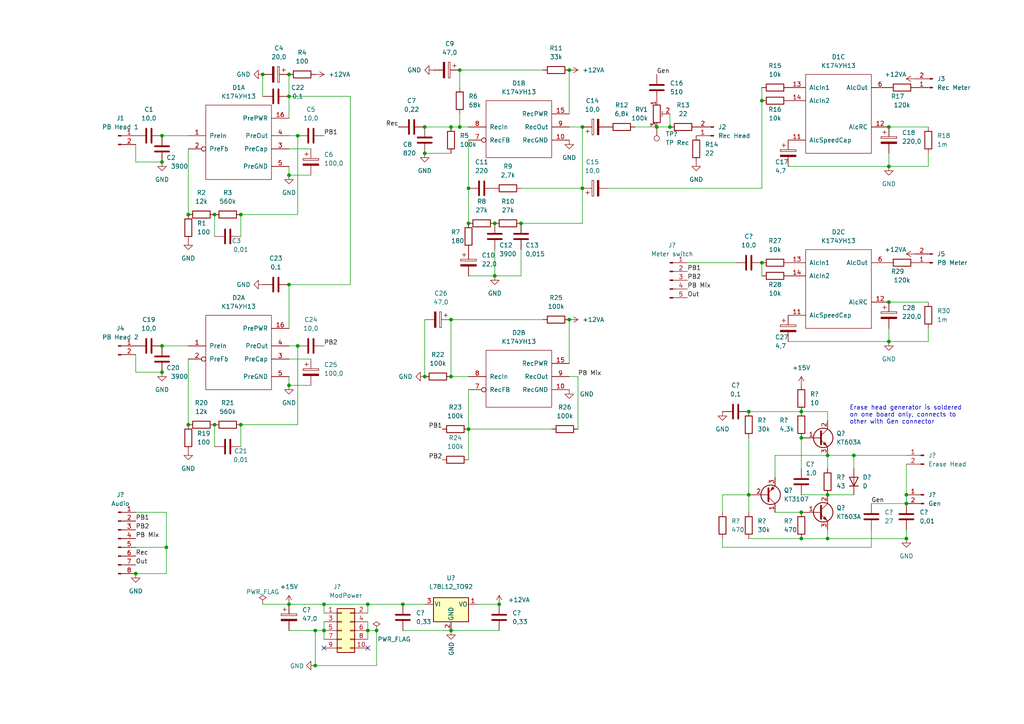
<source format=kicad_sch>
(kicad_sch (version 20211123) (generator eeschema)
  (paper "A4")
  (lib_symbols
    (symbol "Connector:Conn_01x02_Male" (pin_names (offset 1.016) hide)
      (property "Reference" "J" (at 0 2.54 0))
      (property "Value" "Conn_01x02_Male" (at 0 -5.08 0))
      (symbol "Conn_01x02_Male_1_1"
        (polyline (pts (xy 1.27 -2.54) (xy 0.8636 -2.54)) (stroke (width 0.1524)))
        (polyline (pts (xy 1.27 0) (xy 0.8636 0)) (stroke (width 0.1524)))
        (rectangle (start 0.8636 -2.413) (end 0 -2.667) (stroke (width 0.1524)) (fill (type outline)))
        (rectangle (start 0.8636 0.127) (end 0 -0.127) (stroke (width 0.1524)) (fill (type outline)))
        (pin passive line (at 5.08 0 180) (length 3.81) (name "Pin_1") (number "1"))
        (pin passive line (at 5.08 -2.54 180) (length 3.81) (name "Pin_2") (number "2"))
      )
    )
    (symbol "Connector:Conn_01x05_Male" (pin_names (offset 1.016) hide)
      (property "Reference" "J" (at 0 7.62 0))
      (property "Value" "Conn_01x05_Male" (at 0 -7.62 0))
      (symbol "Conn_01x05_Male_1_1"
        (polyline (pts (xy 1.27 -5.08) (xy 0.8636 -5.08)) (stroke (width 0.1524)))
        (polyline (pts (xy 1.27 -2.54) (xy 0.8636 -2.54)) (stroke (width 0.1524)))
        (polyline (pts (xy 1.27 0) (xy 0.8636 0)) (stroke (width 0.1524)))
        (polyline (pts (xy 1.27 2.54) (xy 0.8636 2.54)) (stroke (width 0.1524)))
        (polyline (pts (xy 1.27 5.08) (xy 0.8636 5.08)) (stroke (width 0.1524)))
        (rectangle (start 0.8636 -4.953) (end 0 -5.207) (stroke (width 0.1524)) (fill (type outline)))
        (rectangle (start 0.8636 -2.413) (end 0 -2.667) (stroke (width 0.1524)) (fill (type outline)))
        (rectangle (start 0.8636 0.127) (end 0 -0.127) (stroke (width 0.1524)) (fill (type outline)))
        (rectangle (start 0.8636 2.667) (end 0 2.413) (stroke (width 0.1524)) (fill (type outline)))
        (rectangle (start 0.8636 5.207) (end 0 4.953) (stroke (width 0.1524)) (fill (type outline)))
        (pin passive line (at 5.08 5.08 180) (length 3.81) (name "Pin_1") (number "1"))
        (pin passive line (at 5.08 2.54 180) (length 3.81) (name "Pin_2") (number "2"))
        (pin passive line (at 5.08 0 180) (length 3.81) (name "Pin_3") (number "3"))
        (pin passive line (at 5.08 -2.54 180) (length 3.81) (name "Pin_4") (number "4"))
        (pin passive line (at 5.08 -5.08 180) (length 3.81) (name "Pin_5") (number "5"))
      )
    )
    (symbol "Connector:Conn_01x08_Male" (pin_names (offset 1.016) hide)
      (property "Reference" "J" (at 0 10.16 0))
      (property "Value" "Conn_01x08_Male" (at 0 -12.7 0))
      (symbol "Conn_01x08_Male_1_1"
        (polyline (pts (xy 1.27 -10.16) (xy 0.8636 -10.16)) (stroke (width 0.1524)))
        (polyline (pts (xy 1.27 -7.62) (xy 0.8636 -7.62)) (stroke (width 0.1524)))
        (polyline (pts (xy 1.27 -5.08) (xy 0.8636 -5.08)) (stroke (width 0.1524)))
        (polyline (pts (xy 1.27 -2.54) (xy 0.8636 -2.54)) (stroke (width 0.1524)))
        (polyline (pts (xy 1.27 0) (xy 0.8636 0)) (stroke (width 0.1524)))
        (polyline (pts (xy 1.27 2.54) (xy 0.8636 2.54)) (stroke (width 0.1524)))
        (polyline (pts (xy 1.27 5.08) (xy 0.8636 5.08)) (stroke (width 0.1524)))
        (polyline (pts (xy 1.27 7.62) (xy 0.8636 7.62)) (stroke (width 0.1524)))
        (rectangle (start 0.8636 -10.033) (end 0 -10.287) (stroke (width 0.1524)) (fill (type outline)))
        (rectangle (start 0.8636 -7.493) (end 0 -7.747) (stroke (width 0.1524)) (fill (type outline)))
        (rectangle (start 0.8636 -4.953) (end 0 -5.207) (stroke (width 0.1524)) (fill (type outline)))
        (rectangle (start 0.8636 -2.413) (end 0 -2.667) (stroke (width 0.1524)) (fill (type outline)))
        (rectangle (start 0.8636 0.127) (end 0 -0.127) (stroke (width 0.1524)) (fill (type outline)))
        (rectangle (start 0.8636 2.667) (end 0 2.413) (stroke (width 0.1524)) (fill (type outline)))
        (rectangle (start 0.8636 5.207) (end 0 4.953) (stroke (width 0.1524)) (fill (type outline)))
        (rectangle (start 0.8636 7.747) (end 0 7.493) (stroke (width 0.1524)) (fill (type outline)))
        (pin passive line (at 5.08 7.62 180) (length 3.81) (name "Pin_1") (number "1"))
        (pin passive line (at 5.08 5.08 180) (length 3.81) (name "Pin_2") (number "2"))
        (pin passive line (at 5.08 2.54 180) (length 3.81) (name "Pin_3") (number "3"))
        (pin passive line (at 5.08 0 180) (length 3.81) (name "Pin_4") (number "4"))
        (pin passive line (at 5.08 -2.54 180) (length 3.81) (name "Pin_5") (number "5"))
        (pin passive line (at 5.08 -5.08 180) (length 3.81) (name "Pin_6") (number "6"))
        (pin passive line (at 5.08 -7.62 180) (length 3.81) (name "Pin_7") (number "7"))
        (pin passive line (at 5.08 -10.16 180) (length 3.81) (name "Pin_8") (number "8"))
      )
    )
    (symbol "Connector:TestPoint" (pin_numbers hide) (pin_names (offset 0.762) hide)
      (property "Reference" "TP" (at 0 6.858 0))
      (property "Value" "TestPoint" (at 0 5.08 0))
      (symbol "TestPoint_0_1"
        (circle (center 0 3.302) (radius 0.762))
      )
      (symbol "TestPoint_1_1"
        (pin passive line (at 0 0 90) (length 2.54) (name "1") (number "1"))
      )
    )
    (symbol "Connector_Generic:Conn_02x05_Odd_Even" (pin_names (offset 1.016) hide)
      (property "Reference" "J" (at 1.27 7.62 0))
      (property "Value" "Conn_02x05_Odd_Even" (at 1.27 -7.62 0))
      (symbol "Conn_02x05_Odd_Even_1_1"
        (rectangle (start -1.27 -4.953) (end 0 -5.207) (stroke (width 0.1524)))
        (rectangle (start -1.27 -2.413) (end 0 -2.667) (stroke (width 0.1524)))
        (rectangle (start -1.27 0.127) (end 0 -0.127) (stroke (width 0.1524)))
        (rectangle (start -1.27 2.667) (end 0 2.413) (stroke (width 0.1524)))
        (rectangle (start -1.27 5.207) (end 0 4.953) (stroke (width 0.1524)))
        (rectangle (start -1.27 6.35) (end 3.81 -6.35) (stroke (width 0.254)) (fill (type background)))
        (rectangle (start 3.81 -4.953) (end 2.54 -5.207) (stroke (width 0.1524)))
        (rectangle (start 3.81 -2.413) (end 2.54 -2.667) (stroke (width 0.1524)))
        (rectangle (start 3.81 0.127) (end 2.54 -0.127) (stroke (width 0.1524)))
        (rectangle (start 3.81 2.667) (end 2.54 2.413) (stroke (width 0.1524)))
        (rectangle (start 3.81 5.207) (end 2.54 4.953) (stroke (width 0.1524)))
        (pin passive line (at -5.08 5.08 0) (length 3.81) (name "Pin_1") (number "1"))
        (pin passive line (at 7.62 -5.08 180) (length 3.81) (name "Pin_10") (number "10"))
        (pin passive line (at 7.62 5.08 180) (length 3.81) (name "Pin_2") (number "2"))
        (pin passive line (at -5.08 2.54 0) (length 3.81) (name "Pin_3") (number "3"))
        (pin passive line (at 7.62 2.54 180) (length 3.81) (name "Pin_4") (number "4"))
        (pin passive line (at -5.08 0 0) (length 3.81) (name "Pin_5") (number "5"))
        (pin passive line (at 7.62 0 180) (length 3.81) (name "Pin_6") (number "6"))
        (pin passive line (at -5.08 -2.54 0) (length 3.81) (name "Pin_7") (number "7"))
        (pin passive line (at 7.62 -2.54 180) (length 3.81) (name "Pin_8") (number "8"))
        (pin passive line (at -5.08 -5.08 0) (length 3.81) (name "Pin_9") (number "9"))
      )
    )
    (symbol "Device:C" (pin_numbers hide) (pin_names (offset 0.254))
      (property "Reference" "C" (at 0.635 2.54 0))
      (property "Value" "C" (at 0.635 -2.54 0))
      (symbol "C_0_1"
        (polyline (pts (xy -2.032 -0.762) (xy 2.032 -0.762)) (stroke (width 0.508)))
        (polyline (pts (xy -2.032 0.762) (xy 2.032 0.762)) (stroke (width 0.508)))
      )
      (symbol "C_1_1"
        (pin passive line (at 0 3.81 270) (length 2.794) (name "~") (number "1"))
        (pin passive line (at 0 -3.81 90) (length 2.794) (name "~") (number "2"))
      )
    )
    (symbol "Device:C_Polarized" (pin_numbers hide) (pin_names (offset 0.254))
      (property "Reference" "C" (at 0.635 2.54 0))
      (property "Value" "C_Polarized" (at 0.635 -2.54 0))
      (symbol "C_Polarized_0_1"
        (rectangle (start -2.286 0.508) (end 2.286 1.016))
        (polyline (pts (xy -1.778 2.286) (xy -0.762 2.286)))
        (polyline (pts (xy -1.27 2.794) (xy -1.27 1.778)))
        (rectangle (start 2.286 -0.508) (end -2.286 -1.016) (fill (type outline)))
      )
      (symbol "C_Polarized_1_1"
        (pin passive line (at 0 3.81 270) (length 2.794) (name "~") (number "1"))
        (pin passive line (at 0 -3.81 90) (length 2.794) (name "~") (number "2"))
      )
    )
    (symbol "Device:D" (pin_numbers hide) (pin_names (offset 1.016) hide)
      (property "Reference" "D" (at 0 2.54 0))
      (property "Value" "D" (at 0 -2.54 0))
      (symbol "D_0_1"
        (polyline (pts (xy -1.27 1.27) (xy -1.27 -1.27)) (stroke (width 0.254)))
        (polyline (pts (xy 1.27 0) (xy -1.27 0)))
        (polyline (pts (xy 1.27 1.27) (xy 1.27 -1.27) (xy -1.27 0) (xy 1.27 1.27)) (stroke (width 0.254)))
      )
      (symbol "D_1_1"
        (pin passive line (at -3.81 0 0) (length 2.54) (name "K") (number "1"))
        (pin passive line (at 3.81 0 180) (length 2.54) (name "A") (number "2"))
      )
    )
    (symbol "Device:Q_NPN_BCE" (pin_names (offset 0) hide)
      (property "Reference" "Q" (at 5.08 1.27 0))
      (property "Value" "Q_NPN_BCE" (at 5.08 -1.27 0))
      (symbol "Q_NPN_BCE_0_1"
        (polyline (pts (xy 0.635 0.635) (xy 2.54 2.54)))
        (polyline (pts (xy 0.635 -0.635) (xy 2.54 -2.54) (xy 2.54 -2.54)))
        (polyline (pts (xy 0.635 1.905) (xy 0.635 -1.905) (xy 0.635 -1.905)) (stroke (width 0.508)))
        (polyline (pts (xy 1.27 -1.778) (xy 1.778 -1.27) (xy 2.286 -2.286) (xy 1.27 -1.778) (xy 1.27 -1.778)) (fill (type outline)))
        (circle (center 1.27 0) (radius 2.8194) (stroke (width 0.254)))
      )
      (symbol "Q_NPN_BCE_1_1"
        (pin input line (at -5.08 0 0) (length 5.715) (name "B") (number "1"))
        (pin passive line (at 2.54 5.08 270) (length 2.54) (name "C") (number "2"))
        (pin passive line (at 2.54 -5.08 90) (length 2.54) (name "E") (number "3"))
      )
    )
    (symbol "Device:Q_PNP_CBE" (pin_names (offset 0) hide)
      (property "Reference" "Q" (at 5.08 1.27 0))
      (property "Value" "Q_PNP_CBE" (at 5.08 -1.27 0))
      (symbol "Q_PNP_CBE_0_1"
        (polyline (pts (xy 0.635 0.635) (xy 2.54 2.54)))
        (polyline (pts (xy 0.635 -0.635) (xy 2.54 -2.54) (xy 2.54 -2.54)))
        (polyline (pts (xy 0.635 1.905) (xy 0.635 -1.905) (xy 0.635 -1.905)) (stroke (width 0.508)))
        (polyline (pts (xy 2.286 -1.778) (xy 1.778 -2.286) (xy 1.27 -1.27) (xy 2.286 -1.778) (xy 2.286 -1.778)) (fill (type outline)))
        (circle (center 1.27 0) (radius 2.8194) (stroke (width 0.254)))
      )
      (symbol "Q_PNP_CBE_1_1"
        (pin passive line (at 2.54 5.08 270) (length 2.54) (name "C") (number "1"))
        (pin input line (at -5.08 0 0) (length 5.715) (name "B") (number "2"))
        (pin passive line (at 2.54 -5.08 90) (length 2.54) (name "E") (number "3"))
      )
    )
    (symbol "Device:R" (pin_numbers hide) (pin_names (offset 0))
      (property "Reference" "R" (at 2.032 0 90))
      (property "Value" "R" (at 0 0 90))
      (symbol "R_0_1"
        (rectangle (start -1.016 -2.54) (end 1.016 2.54) (stroke (width 0.254)))
      )
      (symbol "R_1_1"
        (pin passive line (at 0 3.81 270) (length 1.27) (name "~") (number "1"))
        (pin passive line (at 0 -3.81 90) (length 1.27) (name "~") (number "2"))
      )
    )
    (symbol "Device:R_Potentiometer_Trim" (pin_names (offset 1.016) hide)
      (property "Reference" "RV" (at -4.445 0 90))
      (property "Value" "R_Potentiometer_Trim" (at -2.54 0 90))
      (symbol "R_Potentiometer_Trim_0_1"
        (polyline (pts (xy 1.524 0.762) (xy 1.524 -0.762)))
        (polyline (pts (xy 2.54 0) (xy 1.524 0)))
        (rectangle (start 1.016 2.54) (end -1.016 -2.54) (stroke (width 0.254)))
      )
      (symbol "R_Potentiometer_Trim_1_1"
        (pin passive line (at 0 3.81 270) (length 1.27) (name "1") (number "1"))
        (pin passive line (at 3.81 0 180) (length 1.27) (name "2") (number "2"))
        (pin passive line (at 0 -3.81 90) (length 1.27) (name "3") (number "3"))
      )
    )
    (symbol "Regulator_Linear:L78L12_TO92" (pin_names (offset 0.254))
      (property "Reference" "U" (at -3.81 3.175 0))
      (property "Value" "L78L12_TO92" (at 0 3.175 0))
      (symbol "L78L12_TO92_0_1"
        (rectangle (start -5.08 -5.08) (end 5.08 1.905) (stroke (width 0.254)) (fill (type background)))
      )
      (symbol "L78L12_TO92_1_1"
        (pin power_out line (at 7.62 0 180) (length 2.54) (name "VO") (number "1"))
        (pin power_in line (at 0 -7.62 90) (length 2.54) (name "GND") (number "2"))
        (pin power_in line (at -7.62 0 0) (length 2.54) (name "VI") (number "3"))
      )
    )
    (symbol "power:+12VA" (power) (pin_names (offset 0))
      (property "Value" "+12VA" (at 0 3.556 0))
      (symbol "+12VA_0_1"
        (polyline (pts (xy -0.762 1.27) (xy 0 2.54)))
        (polyline (pts (xy 0 0) (xy 0 2.54)))
        (polyline (pts (xy 0 2.54) (xy 0.762 1.27)))
      )
      (symbol "+12VA_1_1"
        (pin power_in line (at 0 0 90) (length 0) hide (name "+12VA") (number "1"))
      )
    )
    (symbol "power:+15V" (power) (pin_names (offset 0))
      (property "Value" "+15V" (at 0 3.556 0))
      (symbol "+15V_0_1"
        (polyline (pts (xy -0.762 1.27) (xy 0 2.54)))
        (polyline (pts (xy 0 0) (xy 0 2.54)))
        (polyline (pts (xy 0 2.54) (xy 0.762 1.27)))
      )
      (symbol "+15V_1_1"
        (pin power_in line (at 0 0 90) (length 0) hide (name "+15V") (number "1"))
      )
    )
    (symbol "power:GND" (power) (pin_names (offset 0))
      (property "Value" "GND" (at 0 -3.81 0))
      (symbol "GND_0_1"
        (polyline (pts (xy 0 0) (xy 0 -1.27) (xy 1.27 -1.27) (xy 0 -2.54) (xy -1.27 -1.27) (xy 0 -1.27)))
      )
      (symbol "GND_1_1"
        (pin power_in line (at 0 0 270) (length 0) hide (name "GND") (number "1"))
      )
    )
    (symbol "power:PWR_FLAG" (power) (pin_numbers hide) (pin_names (offset 0) hide)
      (property "Value" "PWR_FLAG" (at 0 3.81 0))
      (symbol "PWR_FLAG_0_0"
        (pin power_out line (at 0 0 90) (length 0) (name "pwr") (number "1"))
      )
      (symbol "PWR_FLAG_0_1"
        (polyline (pts (xy 0 0) (xy 0 1.27) (xy -1.016 1.905) (xy 0 2.54) (xy 1.016 1.905) (xy 0 1.27)))
      )
    )
    (symbol "ussr_ic:К174УН13" (pin_names (offset 1.016))
      (property "Reference" "D" (at 0 21.59 0))
      (property "Value" "К174УН13" (at 0 19.05 0))
      (symbol "К174УН13_1_1"
        (rectangle (start -8.89 15.24) (end 10.16 -6.35))
        (pin input line (at -13.97 6.35 0) (length 5.08) (name "PreIn") (number "1"))
        (pin power_in line (at 15.24 11.43 180) (length 5.08) (name "PrePWR") (number "16"))
        (pin input inverted (at -13.97 2.54 0) (length 5.08) (name "PreFb") (number "2"))
        (pin output line (at 15.24 2.54 180) (length 5.08) (name "PreCap") (number "3"))
        (pin output line (at 15.24 6.35 180) (length 5.08) (name "PreOut") (number "4"))
        (pin power_in line (at 15.24 -2.54 180) (length 5.08) (name "PreGND") (number "5"))
      )
      (symbol "К174УН13_2_1"
        (rectangle (start 10.16 0) (end -8.89 16.51))
        (pin power_in line (at 15.24 5.08 180) (length 5.08) (name "RecGND") (number "10"))
        (pin power_in line (at 15.24 12.7 180) (length 5.08) (name "RecPWR") (number "15"))
        (pin input inverted (at -13.97 5.08 0) (length 5.08) (name "RecFB") (number "7"))
        (pin input line (at -13.97 8.89 0) (length 5.08) (name "RecIn") (number "8"))
        (pin output line (at 15.24 8.89 180) (length 5.08) (name "RecOut") (number "9"))
      )
      (symbol "К174УН13_3_1"
        (rectangle (start -8.89 15.24) (end 10.16 -7.62))
        (pin bidirectional line (at -13.97 -3.81 0) (length 5.08) (name "AlcSpeedCap") (number "11"))
        (pin output line (at 15.24 0 180) (length 5.08) (name "AlcRC") (number "12"))
        (pin input line (at -13.97 11.43 0) (length 5.08) (name "AlcIn1") (number "13"))
        (pin input line (at -13.97 7.62 0) (length 5.08) (name "AlcIn2") (number "14"))
        (pin open_collector line (at 15.24 11.43 180) (length 5.08) (name "AlcOut") (number "6"))
      )
    )
  )
  (junction (at 143.51 64.77))
  (junction (at 240.03 132.08))
  (junction (at 83.82 21.59))
  (junction (at 91.44 193.04))
  (junction (at 217.17 119.38))
  (junction (at 135.89 124.46))
  (junction (at 130.81 36.83))
  (junction (at 116.84 175.26))
  (junction (at 109.22 182.88))
  (junction (at 165.1 20.32))
  (junction (at 135.89 64.77))
  (junction (at 232.41 127))
  (junction (at 220.98 76.2))
  (junction (at 168.91 54.61))
  (junction (at 86.36 39.37))
  (junction (at 232.41 148.59))
  (junction (at 247.65 132.08))
  (junction (at 217.17 143.51))
  (junction (at 39.37 166.37))
  (junction (at 232.41 119.38))
  (junction (at 262.89 156.21))
  (junction (at 83.82 175.26))
  (junction (at 106.68 175.26))
  (junction (at 48.26 158.75))
  (junction (at 130.81 92.71))
  (junction (at 240.03 156.21))
  (junction (at 83.82 111.76))
  (junction (at 240.03 143.51))
  (junction (at 165.1 92.71))
  (junction (at 232.41 156.21))
  (junction (at 69.85 62.23))
  (junction (at 257.81 36.83))
  (junction (at 257.81 99.06))
  (junction (at 262.89 143.51))
  (junction (at 257.81 48.26))
  (junction (at 54.61 123.19))
  (junction (at 83.82 50.8))
  (junction (at 93.98 175.26))
  (junction (at 46.99 39.37))
  (junction (at 123.19 44.45))
  (junction (at 143.51 80.01))
  (junction (at 83.82 82.55))
  (junction (at 46.99 46.99))
  (junction (at 86.36 100.33))
  (junction (at 135.89 54.61))
  (junction (at 62.23 123.19))
  (junction (at 194.31 36.83))
  (junction (at 144.78 175.26))
  (junction (at 106.68 182.88))
  (junction (at 62.23 62.23))
  (junction (at 46.99 100.33))
  (junction (at 83.82 27.94))
  (junction (at 190.5 36.83))
  (junction (at 69.85 123.19))
  (junction (at 54.61 62.23))
  (junction (at 130.81 182.88))
  (junction (at 123.19 36.83))
  (junction (at 262.89 146.05))
  (junction (at 93.98 182.88))
  (junction (at 151.13 64.77))
  (junction (at 46.99 107.95))
  (junction (at 220.98 29.21))
  (junction (at 76.2 21.59))
  (junction (at 130.81 109.22))
  (junction (at 168.91 36.83))
  (junction (at 123.19 109.22))
  (junction (at 133.35 36.83))
  (junction (at 91.44 182.88))
  (junction (at 257.81 87.63))
  (junction (at 133.35 20.32))
  (no_connect (at 106.68 187.96))
  (no_connect (at 93.98 187.96))
  (wire (pts (xy 86.36 39.37) (xy 86.36 62.23)))
  (wire (pts (xy 106.68 182.88) (xy 106.68 185.42)))
  (wire (pts (xy 83.82 39.37) (xy 86.36 39.37)))
  (wire (pts (xy 101.6 27.94) (xy 83.82 27.94)))
  (wire (pts (xy 39.37 107.95) (xy 46.99 107.95)))
  (wire (pts (xy 133.35 20.32) (xy 133.35 25.4)))
  (wire (pts (xy 168.91 64.77) (xy 168.91 54.61)))
  (wire (pts (xy 240.03 153.67) (xy 240.03 156.21)))
  (wire (pts (xy 167.64 109.22) (xy 165.1 109.22)))
  (wire (pts (xy 123.19 92.71) (xy 123.19 109.22)))
  (wire (pts (xy 224.79 138.43) (xy 224.79 132.08)))
  (wire (pts (xy 151.13 64.77) (xy 168.91 64.77)))
  (wire (pts (xy 257.81 87.63) (xy 269.24 87.63)))
  (wire (pts (xy 151.13 80.01) (xy 143.51 80.01)))
  (wire (pts (xy 106.68 175.26) (xy 116.84 175.26)))
  (wire (pts (xy 151.13 54.61) (xy 168.91 54.61)))
  (wire (pts (xy 48.26 166.37) (xy 39.37 166.37)))
  (wire (pts (xy 168.91 54.61) (xy 168.91 36.83)))
  (wire (pts (xy 83.82 43.18) (xy 90.17 43.18)))
  (wire (pts (xy 184.15 36.83) (xy 190.5 36.83)))
  (wire (pts (xy 116.84 175.26) (xy 123.19 175.26)))
  (wire (pts (xy 135.89 113.03) (xy 135.89 124.46)))
  (wire (pts (xy 133.35 33.02) (xy 133.35 36.83)))
  (wire (pts (xy 151.13 72.39) (xy 151.13 80.01)))
  (wire (pts (xy 135.89 36.83) (xy 133.35 36.83)))
  (wire (pts (xy 83.82 82.55) (xy 83.82 95.25)))
  (wire (pts (xy 54.61 104.14) (xy 54.61 123.19)))
  (wire (pts (xy 262.89 134.62) (xy 262.89 143.51)))
  (wire (pts (xy 257.81 48.26) (xy 228.6 48.26)))
  (wire (pts (xy 39.37 102.87) (xy 39.37 107.95)))
  (wire (pts (xy 69.85 62.23) (xy 69.85 68.58)))
  (wire (pts (xy 262.89 156.21) (xy 240.03 156.21)))
  (wire (pts (xy 247.65 132.08) (xy 240.03 132.08)))
  (wire (pts (xy 83.82 175.26) (xy 93.98 175.26)))
  (wire (pts (xy 257.81 99.06) (xy 228.6 99.06)))
  (wire (pts (xy 76.2 175.26) (xy 83.82 175.26)))
  (wire (pts (xy 101.6 82.55) (xy 101.6 27.94)))
  (wire (pts (xy 93.98 175.26) (xy 106.68 175.26)))
  (wire (pts (xy 109.22 182.88) (xy 109.22 193.04)))
  (wire (pts (xy 39.37 148.59) (xy 48.26 148.59)))
  (wire (pts (xy 220.98 25.4) (xy 220.98 29.21)))
  (wire (pts (xy 39.37 46.99) (xy 46.99 46.99)))
  (wire (pts (xy 252.73 158.75) (xy 252.73 153.67)))
  (wire (pts (xy 143.51 80.01) (xy 135.89 80.01)))
  (wire (pts (xy 269.24 44.45) (xy 269.24 48.26)))
  (wire (pts (xy 257.81 44.45) (xy 257.81 48.26)))
  (wire (pts (xy 240.03 121.92) (xy 240.03 119.38)))
  (wire (pts (xy 220.98 54.61) (xy 176.53 54.61)))
  (wire (pts (xy 91.44 193.04) (xy 91.44 182.88)))
  (wire (pts (xy 83.82 182.88) (xy 91.44 182.88)))
  (wire (pts (xy 106.68 180.34) (xy 106.68 182.88)))
  (wire (pts (xy 209.55 148.59) (xy 209.55 143.51)))
  (wire (pts (xy 199.39 76.2) (xy 213.36 76.2)))
  (wire (pts (xy 165.1 20.32) (xy 165.1 33.02)))
  (wire (pts (xy 240.03 156.21) (xy 232.41 156.21)))
  (wire (pts (xy 83.82 109.22) (xy 83.82 111.76)))
  (wire (pts (xy 257.81 95.25) (xy 257.81 99.06)))
  (wire (pts (xy 106.68 182.88) (xy 109.22 182.88)))
  (wire (pts (xy 48.26 158.75) (xy 48.26 166.37)))
  (wire (pts (xy 83.82 82.55) (xy 101.6 82.55)))
  (wire (pts (xy 83.82 100.33) (xy 86.36 100.33)))
  (wire (pts (xy 86.36 100.33) (xy 86.36 123.19)))
  (wire (pts (xy 257.81 36.83) (xy 269.24 36.83)))
  (wire (pts (xy 123.19 36.83) (xy 130.81 36.83)))
  (wire (pts (xy 252.73 146.05) (xy 262.89 146.05)))
  (wire (pts (xy 262.89 153.67) (xy 262.89 156.21)))
  (wire (pts (xy 83.82 21.59) (xy 83.82 27.94)))
  (wire (pts (xy 138.43 175.26) (xy 144.78 175.26)))
  (wire (pts (xy 167.64 124.46) (xy 167.64 109.22)))
  (wire (pts (xy 86.36 123.19) (xy 69.85 123.19)))
  (wire (pts (xy 269.24 48.26) (xy 257.81 48.26)))
  (wire (pts (xy 269.24 99.06) (xy 257.81 99.06)))
  (wire (pts (xy 123.19 44.45) (xy 130.81 44.45)))
  (wire (pts (xy 240.03 143.51) (xy 247.65 143.51)))
  (wire (pts (xy 86.36 62.23) (xy 69.85 62.23)))
  (wire (pts (xy 247.65 132.08) (xy 262.89 132.08)))
  (wire (pts (xy 262.89 143.51) (xy 262.89 146.05)))
  (wire (pts (xy 62.23 123.19) (xy 62.23 129.54)))
  (wire (pts (xy 209.55 143.51) (xy 217.17 143.51)))
  (wire (pts (xy 106.68 175.26) (xy 106.68 177.8)))
  (wire (pts (xy 269.24 95.25) (xy 269.24 99.06)))
  (wire (pts (xy 247.65 135.89) (xy 247.65 132.08)))
  (wire (pts (xy 135.89 40.64) (xy 135.89 54.61)))
  (wire (pts (xy 168.91 36.83) (xy 165.1 36.83)))
  (wire (pts (xy 194.31 36.83) (xy 190.5 36.83)))
  (wire (pts (xy 39.37 41.91) (xy 39.37 46.99)))
  (wire (pts (xy 83.82 48.26) (xy 83.82 50.8)))
  (wire (pts (xy 91.44 182.88) (xy 93.98 182.88)))
  (wire (pts (xy 83.82 104.14) (xy 90.17 104.14)))
  (wire (pts (xy 217.17 143.51) (xy 217.17 148.59)))
  (wire (pts (xy 130.81 36.83) (xy 133.35 36.83)))
  (wire (pts (xy 135.89 54.61) (xy 135.89 64.77)))
  (wire (pts (xy 62.23 62.23) (xy 62.23 68.58)))
  (wire (pts (xy 209.55 158.75) (xy 252.73 158.75)))
  (wire (pts (xy 240.03 119.38) (xy 232.41 119.38)))
  (wire (pts (xy 194.31 33.02) (xy 194.31 36.83)))
  (wire (pts (xy 135.89 124.46) (xy 160.02 124.46)))
  (wire (pts (xy 83.82 27.94) (xy 83.82 34.29)))
  (wire (pts (xy 133.35 20.32) (xy 157.48 20.32)))
  (wire (pts (xy 217.17 127) (xy 217.17 143.51)))
  (wire (pts (xy 130.81 92.71) (xy 130.81 109.22)))
  (wire (pts (xy 165.1 92.71) (xy 165.1 105.41)))
  (wire (pts (xy 93.98 180.34) (xy 93.98 182.88)))
  (wire (pts (xy 217.17 119.38) (xy 232.41 119.38)))
  (wire (pts (xy 232.41 143.51) (xy 240.03 143.51)))
  (wire (pts (xy 130.81 109.22) (xy 135.89 109.22)))
  (wire (pts (xy 232.41 127) (xy 232.41 135.89)))
  (wire (pts (xy 135.89 124.46) (xy 135.89 133.35)))
  (wire (pts (xy 130.81 92.71) (xy 157.48 92.71)))
  (wire (pts (xy 109.22 193.04) (xy 91.44 193.04)))
  (wire (pts (xy 69.85 123.19) (xy 69.85 129.54)))
  (wire (pts (xy 46.99 39.37) (xy 54.61 39.37)))
  (wire (pts (xy 39.37 158.75) (xy 48.26 158.75)))
  (wire (pts (xy 224.79 148.59) (xy 232.41 148.59)))
  (wire (pts (xy 143.51 72.39) (xy 143.51 80.01)))
  (wire (pts (xy 130.81 182.88) (xy 144.78 182.88)))
  (wire (pts (xy 93.98 177.8) (xy 93.98 175.26)))
  (wire (pts (xy 46.99 100.33) (xy 54.61 100.33)))
  (wire (pts (xy 240.03 132.08) (xy 240.03 135.89)))
  (wire (pts (xy 83.82 50.8) (xy 90.17 50.8)))
  (wire (pts (xy 220.98 29.21) (xy 220.98 54.61)))
  (wire (pts (xy 209.55 156.21) (xy 209.55 158.75)))
  (wire (pts (xy 220.98 76.2) (xy 220.98 80.01)))
  (wire (pts (xy 76.2 21.59) (xy 76.2 27.94)))
  (wire (pts (xy 224.79 132.08) (xy 240.03 132.08)))
  (wire (pts (xy 83.82 111.76) (xy 90.17 111.76)))
  (wire (pts (xy 116.84 182.88) (xy 130.81 182.88)))
  (wire (pts (xy 93.98 182.88) (xy 93.98 185.42)))
  (wire (pts (xy 48.26 148.59) (xy 48.26 158.75)))
  (wire (pts (xy 217.17 156.21) (xy 232.41 156.21)))
  (wire (pts (xy 54.61 43.18) (xy 54.61 62.23)))
  (text "Erase head generator is soldered\non one board only, connects to \nother with Gen connector" (at 246.38 123.19 0) (effects (font (size 1.27 1.27)) (justify left bottom)))
  (label "PB Mix" (at 167.64 109.22 0))
  (label "PB Mix" (at 39.37 156.21 0))
  (label "PB2" (at 199.39 81.28 0))
  (label "Gen" (at 190.5 21.59 0))
  (label "PB2" (at 93.98 100.33 0))
  (label "Rec" (at 115.57 36.83 180))
  (label "PB2" (at 39.37 153.67 0))
  (label "PB1" (at 39.37 151.13 0))
  (label "PB2" (at 128.27 133.35 180))
  (label "Out" (at 199.39 86.36 0))
  (label "PB1" (at 93.98 39.37 0))
  (label "Rec" (at 39.37 161.29 0))
  (label "Out" (at 39.37 163.83 0))
  (label "PB Mix" (at 199.39 83.82 0))
  (label "Gen" (at 252.73 146.05 0))
  (label "PB1" (at 128.27 124.46 180))
  (label "PB1" (at 199.39 78.74 0))
  (symbol (lib_id "power:GND") (at 130.81 182.88 0) (unit 1)
    (property "Reference" "#PWR?" (effects hide))
    (property "Value" "GND" (at 130.937 186.1312 90) (effects (justify right)))
  )
  (symbol (lib_id "ussr_ic:К174УН13") (at 242.57 87.63 0) (unit 3)
    (property "Reference" "D2" (at 243.205 67.31 0))
    (property "Value" "К174УН13" (at 243.205 69.85 0))
  )
  (symbol (lib_id "ussr_ic:К174УН13") (at 242.57 36.83 0) (unit 3)
    (property "Reference" "D1" (at 243.205 16.51 0))
    (property "Value" "К174УН13" (at 243.205 19.05 0))
  )
  (symbol (lib_id "power:GND") (at 123.19 109.22 270) (unit 1)
    (property "Reference" "#PWR018" (effects hide))
    (property "Value" "GND" (at 115.57 109.22 90) (effects (justify left)))
  )
  (symbol (lib_id "Device:Q_PNP_CBE") (at 222.25 143.51 0) (mirror x) (unit 1)
    (property "Reference" "Q?" (at 227.33 142.2399 0) (effects (justify left)))
    (property "Value" "KT3107" (at 227.33 144.7799 0) (effects (justify left)))
  )
  (symbol (lib_id "power:GND") (at 201.93 46.99 0) (unit 1)
    (property "Reference" "#PWR011" (effects hide))
    (property "Value" "GND" (at 201.93 52.07 0))
  )
  (symbol (lib_id "Connector_Generic:Conn_02x05_Odd_Even") (at 99.06 182.88 0) (unit 1)
    (property "Reference" "J?" (at 97.79 170.18 0))
    (property "Value" "ModPower" (at 100.33 172.72 0))
    (property "Footprint" "Connector_PinHeader_2.54mm:PinHeader_2x05_P2.54mm_Vertical" (effects hide))
  )
  (symbol (lib_id "Device:R_Potentiometer_Trim") (at 190.5 33.02 0) (unit 1)
    (property "Reference" "RV1" (at 187.96 31.7499 0) (effects (justify right)))
    (property "Value" "100k" (at 187.96 34.2899 0) (effects (justify right)))
  )
  (symbol (lib_id "power:GND") (at 257.81 99.06 0) (unit 1)
    (property "Reference" "#PWR021" (effects hide))
    (property "Value" "GND" (at 257.81 104.14 0))
  )
  (symbol (lib_id "Device:C") (at 43.18 39.37 90) (unit 1)
    (property "Reference" "C1" (at 43.18 31.75 90))
    (property "Value" "10,0" (at 43.18 34.29 90))
  )
  (symbol (lib_id "ussr_ic:К174УН13") (at 68.58 45.72 0) (unit 1)
    (property "Reference" "D1" (at 69.215 25.4 0))
    (property "Value" "К174УН13" (at 69.215 27.94 0))
  )
  (symbol (lib_id "Device:C_Polarized") (at 257.81 91.44 0) (unit 1)
    (property "Reference" "C28" (at 261.62 89.2809 0) (effects (justify left)))
    (property "Value" "220,0" (at 261.62 91.8209 0) (effects (justify left)))
  )
  (symbol (lib_id "power:+12VA") (at 144.78 175.26 0) (unit 1)
    (property "Reference" "#PWR?" (effects hide))
    (property "Value" "+12VA" (at 147.32 173.9899 0) (effects (justify left)))
  )
  (symbol (lib_id "power:GND") (at 54.61 69.85 0) (unit 1)
    (property "Reference" "#PWR02" (effects hide))
    (property "Value" "GND" (at 54.61 74.93 0))
  )
  (symbol (lib_id "Device:R") (at 54.61 127 0) (unit 1)
    (property "Reference" "R19" (at 57.15 125.7299 0) (effects (justify left)))
    (property "Value" "100" (at 57.15 128.2699 0) (effects (justify left)))
  )
  (symbol (lib_id "Connector:Conn_01x02_Male") (at 270.51 25.4 180) (unit 1)
    (property "Reference" "J3" (at 271.78 22.8599 0) (effects (justify right)))
    (property "Value" "Rec Meter" (at 271.78 25.3999 0) (effects (justify right)))
  )
  (symbol (lib_id "Device:C") (at 116.84 179.07 180) (unit 1)
    (property "Reference" "C?" (at 120.65 177.7999 0) (effects (justify right)))
    (property "Value" "0,33" (at 120.65 180.3399 0) (effects (justify right)))
  )
  (symbol (lib_id "Device:R") (at 232.41 152.4 180) (unit 1)
    (property "Reference" "R?" (at 227.33 151.13 0) (effects (justify right)))
    (property "Value" "470" (at 227.33 153.67 0) (effects (justify right)))
  )
  (symbol (lib_id "power:+12VA") (at 165.1 20.32 270) (unit 1)
    (property "Reference" "#PWR09" (effects hide))
    (property "Value" "+12VA" (at 168.91 20.3199 90) (effects (justify left)))
  )
  (symbol (lib_id "Device:C_Polarized") (at 228.6 44.45 0) (unit 1)
    (property "Reference" "C17" (at 224.79 46.99 0) (effects (justify left)))
    (property "Value" "4,7" (at 224.79 49.53 0) (effects (justify left)))
  )
  (symbol (lib_id "Device:R") (at 198.12 36.83 270) (unit 1)
    (property "Reference" "R13" (at 198.12 30.48 90))
    (property "Value" "22" (at 198.12 33.02 90))
  )
  (symbol (lib_id "Device:R") (at 240.03 139.7 180) (unit 1)
    (property "Reference" "R?" (at 242.57 138.4299 0) (effects (justify right)))
    (property "Value" "43" (at 242.57 140.9699 0) (effects (justify right)))
  )
  (symbol (lib_id "Device:C") (at 217.17 76.2 90) (unit 1)
    (property "Reference" "C?" (at 217.17 68.58 90))
    (property "Value" "10,0" (at 217.17 71.12 90))
  )
  (symbol (lib_id "Device:R") (at 261.62 76.2 90) (unit 1)
    (property "Reference" "R29" (at 260.35 78.74 90))
    (property "Value" "120k" (at 261.62 81.28 90))
  )
  (symbol (lib_id "Device:C") (at 46.99 43.18 0) (unit 1)
    (property "Reference" "C2" (at 48.26 45.72 0) (effects (justify left)))
    (property "Value" "3900" (at 49.53 48.26 0) (effects (justify left)))
  )
  (symbol (lib_id "Device:R") (at 139.7 64.77 90) (unit 1)
    (property "Reference" "R8" (at 139.7 58.42 90))
    (property "Value" "27k" (at 139.7 60.96 90))
  )
  (symbol (lib_id "power:+12VA") (at 165.1 92.71 270) (unit 1)
    (property "Reference" "#PWR019" (effects hide))
    (property "Value" "+12VA" (at 168.91 92.7099 90) (effects (justify left)))
  )
  (symbol (lib_id "Device:R") (at 130.81 40.64 180) (unit 1)
    (property "Reference" "R5" (at 133.35 39.3699 0) (effects (justify right)))
    (property "Value" "100k" (at 133.35 41.9099 0) (effects (justify right)))
  )
  (symbol (lib_id "power:GND") (at 123.19 44.45 0) (unit 1)
    (property "Reference" "#PWR06" (effects hide))
    (property "Value" "GND" (at 123.19 49.53 0))
  )
  (symbol (lib_id "power:GND") (at 143.51 80.01 0) (unit 1)
    (property "Reference" "#PWR08" (effects hide))
    (property "Value" "GND" (at 143.51 85.09 0))
  )
  (symbol (lib_id "ussr_ic:К174УН13") (at 149.86 45.72 0) (unit 2)
    (property "Reference" "D1" (at 150.495 24.13 0))
    (property "Value" "К174УН13" (at 150.495 26.67 0))
  )
  (symbol (lib_id "Device:R") (at 132.08 133.35 270) (unit 1)
    (property "Reference" "R24" (at 132.08 127 90))
    (property "Value" "100k" (at 132.08 129.54 90))
  )
  (symbol (lib_id "Connector:Conn_01x02_Male") (at 34.29 39.37 0) (unit 1)
    (property "Reference" "J1" (at 34.925 34.29 0))
    (property "Value" "PB Head 1" (at 34.925 36.83 0))
  )
  (symbol (lib_id "Device:R") (at 217.17 152.4 180) (unit 1)
    (property "Reference" "R?" (at 219.71 151.1299 0) (effects (justify right)))
    (property "Value" "30k" (at 219.71 153.6699 0) (effects (justify right)))
  )
  (symbol (lib_id "Device:R") (at 66.04 62.23 90) (unit 1)
    (property "Reference" "R3" (at 66.04 55.88 90))
    (property "Value" "560k" (at 66.04 58.42 90))
  )
  (symbol (lib_id "Device:R") (at 224.79 29.21 90) (unit 1)
    (property "Reference" "R16" (at 224.79 31.75 90))
    (property "Value" "10k" (at 224.79 34.29 90))
  )
  (symbol (lib_id "Device:R") (at 161.29 20.32 90) (unit 1)
    (property "Reference" "R11" (at 161.29 13.97 90))
    (property "Value" "33k" (at 161.29 16.51 90))
  )
  (symbol (lib_id "Device:C_Polarized") (at 127 92.71 270) (unit 1)
    (property "Reference" "C26" (at 127.889 85.09 90))
    (property "Value" "47,0" (at 127.889 87.63 90))
  )
  (symbol (lib_id "Device:R") (at 58.42 123.19 90) (unit 1)
    (property "Reference" "R20" (at 58.42 116.84 90))
    (property "Value" "12k" (at 58.42 119.38 90))
  )
  (symbol (lib_id "Device:C") (at 190.5 25.4 180) (unit 1)
    (property "Reference" "C16" (at 194.31 24.1299 0) (effects (justify right)))
    (property "Value" "510" (at 194.31 26.6699 0) (effects (justify right)))
  )
  (symbol (lib_id "Device:R") (at 66.04 123.19 90) (unit 1)
    (property "Reference" "R21" (at 66.04 116.84 90))
    (property "Value" "560k" (at 66.04 119.38 90))
  )
  (symbol (lib_id "Device:C") (at 151.13 68.58 0) (unit 1)
    (property "Reference" "C13" (at 152.4 71.12 0) (effects (justify left)))
    (property "Value" "0,015" (at 152.4 73.66 0) (effects (justify left)))
  )
  (symbol (lib_id "Device:R") (at 232.41 115.57 180) (unit 1)
    (property "Reference" "R?" (at 234.95 114.2999 0) (effects (justify right)))
    (property "Value" "10" (at 234.95 116.8399 0) (effects (justify right)))
  )
  (symbol (lib_id "Device:C") (at 66.04 129.54 90) (unit 1)
    (property "Reference" "C21" (at 69.85 130.81 90))
    (property "Value" "0,01" (at 69.85 133.35 90))
  )
  (symbol (lib_id "Device:R") (at 163.83 124.46 270) (unit 1)
    (property "Reference" "R26" (at 163.83 118.11 90))
    (property "Value" "100k" (at 163.83 120.65 90))
  )
  (symbol (lib_id "power:GND") (at 165.1 113.03 0) (unit 1)
    (property "Reference" "#PWR020" (effects hide))
    (property "Value" "GND" (at 170.18 114.3 0))
  )
  (symbol (lib_id "Device:R") (at 224.79 80.01 90) (unit 1)
    (property "Reference" "R28" (at 224.79 82.55 90))
    (property "Value" "10k" (at 224.79 85.09 90))
  )
  (symbol (lib_id "power:GND") (at 165.1 40.64 0) (unit 1)
    (property "Reference" "#PWR010" (effects hide))
    (property "Value" "GND" (at 165.1 45.72 0))
  )
  (symbol (lib_id "Connector:Conn_01x02_Male") (at 270.51 76.2 180) (unit 1)
    (property "Reference" "J5" (at 271.78 73.6599 0) (effects (justify right)))
    (property "Value" "PB Meter" (at 271.78 76.1999 0) (effects (justify right)))
  )
  (symbol (lib_id "power:PWR_FLAG") (at 76.2 175.26 0) (unit 1)
    (property "Reference" "#FLG?" (effects hide))
    (property "Value" "PWR_FLAG" (at 76.2 171.6842 0))
  )
  (symbol (lib_id "Device:C_Polarized") (at 257.81 40.64 0) (unit 1)
    (property "Reference" "C18" (at 261.62 38.4809 0) (effects (justify left)))
    (property "Value" "220,0" (at 261.62 41.0209 0) (effects (justify left)))
  )
  (symbol (lib_id "power:GND") (at 257.81 48.26 0) (unit 1)
    (property "Reference" "#PWR012" (effects hide))
    (property "Value" "GND" (at 257.81 53.34 0))
  )
  (symbol (lib_id "Device:R") (at 54.61 66.04 0) (unit 1)
    (property "Reference" "R1" (at 57.15 64.7699 0) (effects (justify left)))
    (property "Value" "100" (at 57.15 67.3099 0) (effects (justify left)))
  )
  (symbol (lib_id "Device:C") (at 139.7 54.61 90) (unit 1)
    (property "Reference" "C11" (at 139.7 46.99 90))
    (property "Value" "220" (at 139.7 49.53 90))
  )
  (symbol (lib_id "power:+12VA") (at 265.43 73.66 90) (unit 1)
    (property "Reference" "#PWR022" (effects hide))
    (property "Value" "+12VA" (at 256.54 72.39 90) (effects (justify right)))
  )
  (symbol (lib_id "Device:C_Polarized") (at 90.17 107.95 0) (unit 1)
    (property "Reference" "C25" (at 93.98 105.7909 0) (effects (justify left)))
    (property "Value" "100,0" (at 93.98 108.3309 0) (effects (justify left)))
  )
  (symbol (lib_id "Device:C_Polarized") (at 129.54 20.32 270) (unit 1)
    (property "Reference" "C9" (at 130.429 12.7 90))
    (property "Value" "47,0" (at 130.429 15.24 90))
  )
  (symbol (lib_id "Device:C_Polarized") (at 83.82 179.07 0) (unit 1)
    (property "Reference" "C?" (at 87.63 176.9109 0) (effects (justify left)))
    (property "Value" "47,0" (at 87.63 179.4509 0) (effects (justify left)))
  )
  (symbol (lib_id "Device:C") (at 80.01 27.94 90) (unit 1)
    (property "Reference" "C22" (at 86.36 25.4 90))
    (property "Value" "0,1" (at 86.36 27.94 90))
  )
  (symbol (lib_id "Connector:Conn_01x05_Male") (at 194.31 81.28 0) (unit 1)
    (property "Reference" "J?" (at 194.945 71.12 0))
    (property "Value" "Meter switch" (at 194.945 73.66 0))
  )
  (symbol (lib_id "power:GND") (at 83.82 50.8 0) (unit 1)
    (property "Reference" "#PWR04" (effects hide))
    (property "Value" "GND" (at 83.82 55.88 0))
  )
  (symbol (lib_id "Connector:Conn_01x02_Male") (at 207.01 39.37 180) (unit 1)
    (property "Reference" "J2" (at 208.28 36.8299 0) (effects (justify right)))
    (property "Value" "Rec Head" (at 208.28 39.3699 0) (effects (justify right)))
  )
  (symbol (lib_id "Device:C") (at 232.41 139.7 180) (unit 1)
    (property "Reference" "C?" (at 233.68 134.62 0) (effects (justify right)))
    (property "Value" "1,0" (at 233.68 137.16 0) (effects (justify right)))
  )
  (symbol (lib_id "Device:R") (at 217.17 123.19 180) (unit 1)
    (property "Reference" "R?" (at 219.71 121.9199 0) (effects (justify right)))
    (property "Value" "30k" (at 219.71 124.4599 0) (effects (justify right)))
  )
  (symbol (lib_id "Device:R") (at 147.32 64.77 90) (unit 1)
    (property "Reference" "R10" (at 147.32 58.42 90))
    (property "Value" "27k" (at 147.32 60.96 90))
  )
  (symbol (lib_id "power:GND") (at 54.61 130.81 0) (unit 1)
    (property "Reference" "#PWR015" (effects hide))
    (property "Value" "GND" (at 54.61 135.89 0))
  )
  (symbol (lib_id "power:GND") (at 76.2 82.55 270) (unit 1)
    (property "Reference" "#PWR016" (effects hide))
    (property "Value" "GND" (at 68.58 82.55 90) (effects (justify left)))
  )
  (symbol (lib_id "power:+12VA") (at 265.43 22.86 90) (unit 1)
    (property "Reference" "#PWR013" (effects hide))
    (property "Value" "+12VA" (at 256.54 21.59 90) (effects (justify right)))
  )
  (symbol (lib_id "Device:R") (at 87.63 21.59 90) (unit 1)
    (property "Reference" "R4" (at 87.63 15.24 90))
    (property "Value" "100" (at 87.63 17.78 90))
  )
  (symbol (lib_id "Device:C_Polarized") (at 228.6 95.25 0) (unit 1)
    (property "Reference" "C27" (at 224.79 97.79 0) (effects (justify left)))
    (property "Value" "4,7" (at 224.79 100.33 0) (effects (justify left)))
  )
  (symbol (lib_id "Connector:Conn_01x02_Male") (at 34.29 100.33 0) (unit 1)
    (property "Reference" "J4" (at 34.925 95.25 0))
    (property "Value" "PB Head 2" (at 34.925 97.79 0))
  )
  (symbol (lib_id "Device:C") (at 46.99 104.14 0) (unit 1)
    (property "Reference" "C20" (at 48.26 106.68 0) (effects (justify left)))
    (property "Value" "3900" (at 49.53 109.22 0) (effects (justify left)))
  )
  (symbol (lib_id "ussr_ic:К174УН13") (at 68.58 106.68 0) (unit 1)
    (property "Reference" "D2" (at 69.215 86.36 0))
    (property "Value" "К174УН13" (at 69.215 88.9 0))
  )
  (symbol (lib_id "power:GND") (at 125.73 20.32 270) (unit 1)
    (property "Reference" "#PWR07" (effects hide))
    (property "Value" "GND" (at 118.11 20.32 90) (effects (justify left)))
  )
  (symbol (lib_id "Device:R") (at 209.55 152.4 180) (unit 1)
    (property "Reference" "R?" (at 212.09 151.1299 0) (effects (justify right)))
    (property "Value" "470" (at 212.09 153.6699 0) (effects (justify right)))
  )
  (symbol (lib_id "Device:C_Polarized") (at 135.89 76.2 0) (unit 1)
    (property "Reference" "C10" (at 139.7 74.0409 0) (effects (justify left)))
    (property "Value" "22,0" (at 139.7 76.5809 0) (effects (justify left)))
  )
  (symbol (lib_id "Device:C_Polarized") (at 172.72 54.61 90) (unit 1)
    (property "Reference" "C15" (at 171.831 46.99 90))
    (property "Value" "10,0" (at 171.831 49.53 90))
  )
  (symbol (lib_id "Device:R") (at 161.29 92.71 270) (unit 1)
    (property "Reference" "R25" (at 161.29 86.36 90))
    (property "Value" "100k" (at 161.29 88.9 90))
  )
  (symbol (lib_id "Device:C") (at 43.18 100.33 90) (unit 1)
    (property "Reference" "C19" (at 43.18 92.71 90))
    (property "Value" "10,0" (at 43.18 95.25 90))
  )
  (symbol (lib_id "power:GND") (at 91.44 193.04 270) (unit 1)
    (property "Reference" "#PWR?" (effects hide))
    (property "Value" "GND" (at 88.1888 193.167 90) (effects (justify right)))
  )
  (symbol (lib_id "power:+15V") (at 232.41 111.76 0) (unit 1)
    (property "Reference" "#PWR?" (effects hide))
    (property "Value" "+15V" (at 232.41 106.68 0))
  )
  (symbol (lib_id "Connector:TestPoint") (at 190.5 36.83 180) (unit 1)
    (property "Reference" "TP?" (at 193.04 38.8619 0) (effects (justify right)))
    (property "Value" "TP Rec" (at 193.04 41.4019 0) (effects (justify right)))
  )
  (symbol (lib_id "Connector:Conn_01x02_Male") (at 267.97 132.08 0) (mirror y) (unit 1)
    (property "Reference" "J?" (at 269.24 132.0799 0) (effects (justify right)))
    (property "Value" "Erase Head" (at 269.24 134.6199 0) (effects (justify right)))
  )
  (symbol (lib_id "Device:C") (at 90.17 100.33 90) (unit 1)
    (property "Reference" "C24" (at 90.17 92.71 90))
    (property "Value" "10,0" (at 90.17 95.25 90))
  )
  (symbol (lib_id "Device:C") (at 252.73 149.86 180) (unit 1)
    (property "Reference" "C?" (at 256.54 148.5899 0) (effects (justify right)))
    (property "Value" "27" (at 256.54 151.1299 0) (effects (justify right)))
  )
  (symbol (lib_id "Device:C") (at 80.01 82.55 90) (unit 1)
    (property "Reference" "C23" (at 80.01 74.93 90))
    (property "Value" "0,1" (at 80.01 77.47 90))
  )
  (symbol (lib_id "Device:R") (at 232.41 123.19 180) (unit 1)
    (property "Reference" "R?" (at 226.06 121.92 0) (effects (justify right)))
    (property "Value" "4,3k" (at 226.06 124.46 0) (effects (justify right)))
  )
  (symbol (lib_id "Connector:Conn_01x02_Male") (at 267.97 143.51 0) (mirror y) (unit 1)
    (property "Reference" "J?" (at 269.24 143.5099 0) (effects (justify right)))
    (property "Value" "Gen" (at 269.24 146.0499 0) (effects (justify right)))
  )
  (symbol (lib_id "ussr_ic:К174УН13") (at 149.86 118.11 0) (unit 2)
    (property "Reference" "D2" (at 150.495 96.52 0))
    (property "Value" "К174УН13" (at 150.495 99.06 0))
  )
  (symbol (lib_id "Device:R") (at 224.79 76.2 90) (unit 1)
    (property "Reference" "R27" (at 224.79 69.85 90))
    (property "Value" "10k" (at 224.79 72.39 90))
  )
  (symbol (lib_id "Device:R") (at 269.24 40.64 180) (unit 1)
    (property "Reference" "R18" (at 271.78 39.3699 0) (effects (justify right)))
    (property "Value" "1m" (at 271.78 41.9099 0) (effects (justify right)))
  )
  (symbol (lib_id "power:GND") (at 262.89 156.21 0) (unit 1)
    (property "Reference" "#PWR?" (effects hide))
    (property "Value" "GND" (at 262.89 161.29 0))
  )
  (symbol (lib_id "Device:R") (at 133.35 29.21 180) (unit 1)
    (property "Reference" "R6" (at 135.89 27.9399 0) (effects (justify right)))
    (property "Value" "68k" (at 135.89 30.4799 0) (effects (justify right)))
  )
  (symbol (lib_id "power:+15V") (at 83.82 175.26 0) (unit 1)
    (property "Reference" "#PWR?" (effects hide))
    (property "Value" "+15V" (at 83.82 170.18 0))
  )
  (symbol (lib_id "Device:R") (at 132.08 124.46 270) (unit 1)
    (property "Reference" "R23" (at 132.08 118.11 90))
    (property "Value" "100k" (at 132.08 120.65 90))
  )
  (symbol (lib_id "Device:C") (at 262.89 149.86 180) (unit 1)
    (property "Reference" "C?" (at 266.7 148.5899 0) (effects (justify right)))
    (property "Value" "0,01" (at 266.7 151.1299 0) (effects (justify right)))
  )
  (symbol (lib_id "Connector:Conn_01x08_Male") (at 34.29 156.21 0) (unit 1)
    (property "Reference" "J?" (at 34.925 143.51 0))
    (property "Value" "Audio" (at 34.925 146.05 0))
  )
  (symbol (lib_id "Device:R") (at 58.42 62.23 90) (unit 1)
    (property "Reference" "R2" (at 58.42 55.88 90))
    (property "Value" "12k" (at 58.42 58.42 90))
  )
  (symbol (lib_id "Device:R") (at 201.93 43.18 180) (unit 1)
    (property "Reference" "R14" (at 204.47 41.9099 0) (effects (justify right)))
    (property "Value" "22" (at 204.47 44.4499 0) (effects (justify right)))
  )
  (symbol (lib_id "power:PWR_FLAG") (at 109.22 182.88 0) (unit 1)
    (property "Reference" "#FLG?" (effects hide))
    (property "Value" "PWR_FLAG" (at 114.3 185.42 0))
  )
  (symbol (lib_id "Device:Q_NPN_BCE") (at 237.49 148.59 0) (unit 1)
    (property "Reference" "Q?" (at 242.57 147.3199 0) (effects (justify left)))
    (property "Value" "KT603A" (at 242.57 149.8599 0) (effects (justify left)))
  )
  (symbol (lib_id "power:GND") (at 83.82 111.76 0) (unit 1)
    (property "Reference" "#PWR017" (effects hide))
    (property "Value" "GND" (at 83.82 116.84 0))
  )
  (symbol (lib_id "power:GND") (at 209.55 119.38 0) (unit 1)
    (property "Reference" "#PWR?" (effects hide))
    (property "Value" "GND" (at 209.55 124.46 0))
  )
  (symbol (lib_id "Device:C") (at 123.19 40.64 0) (unit 1)
    (property "Reference" "C8" (at 116.84 41.91 0) (effects (justify left)))
    (property "Value" "820" (at 116.84 44.45 0) (effects (justify left)))
  )
  (symbol (lib_id "Device:R") (at 224.79 25.4 90) (unit 1)
    (property "Reference" "R15" (at 224.79 19.05 90))
    (property "Value" "10k" (at 224.79 21.59 90))
  )
  (symbol (lib_id "Device:R") (at 127 109.22 270) (unit 1)
    (property "Reference" "R22" (at 127 102.87 90))
    (property "Value" "100k" (at 127 105.41 90))
  )
  (symbol (lib_id "Device:C") (at 119.38 36.83 90) (unit 1)
    (property "Reference" "C7" (at 119.38 29.21 90))
    (property "Value" "0,22" (at 119.38 31.75 90))
  )
  (symbol (lib_id "Device:R") (at 180.34 36.83 90) (unit 1)
    (property "Reference" "R12" (at 180.34 30.48 90))
    (property "Value" "6,8k" (at 180.34 33.02 90))
  )
  (symbol (lib_id "Device:C") (at 144.78 179.07 180) (unit 1)
    (property "Reference" "C?" (at 148.59 177.7999 0) (effects (justify right)))
    (property "Value" "0,33" (at 148.59 180.3399 0) (effects (justify right)))
  )
  (symbol (lib_id "Device:C") (at 213.36 119.38 270) (unit 1)
    (property "Reference" "C?" (at 213.36 111.76 90))
    (property "Value" "0,1" (at 213.36 114.3 90))
  )
  (symbol (lib_id "power:+12VA") (at 91.44 21.59 270) (unit 1)
    (property "Reference" "#PWR05" (effects hide))
    (property "Value" "+12VA" (at 95.25 21.5899 90) (effects (justify left)))
  )
  (symbol (lib_id "Device:C_Polarized") (at 90.17 46.99 0) (unit 1)
    (property "Reference" "C6" (at 93.98 44.8309 0) (effects (justify left)))
    (property "Value" "100,0" (at 93.98 47.3709 0) (effects (justify left)))
  )
  (symbol (lib_id "power:GND") (at 39.37 166.37 0) (unit 1)
    (property "Reference" "#PWR?" (effects hide))
    (property "Value" "GND" (at 39.37 171.45 0))
  )
  (symbol (lib_id "Device:Q_NPN_BCE") (at 237.49 127 0) (unit 1)
    (property "Reference" "Q?" (at 242.57 125.7299 0) (effects (justify left)))
    (property "Value" "KT603A" (at 242.57 128.2699 0) (effects (justify left)))
  )
  (symbol (lib_id "Device:R") (at 261.62 25.4 90) (unit 1)
    (property "Reference" "R17" (at 260.35 27.94 90))
    (property "Value" "120k" (at 261.62 30.48 90))
  )
  (symbol (lib_id "Device:D") (at 247.65 139.7 90) (unit 1)
    (property "Reference" "D?" (at 250.19 138.4299 90) (effects (justify right)))
    (property "Value" "D" (at 250.19 140.9699 90) (effects (justify right)))
  )
  (symbol (lib_id "Device:R") (at 269.24 91.44 180) (unit 1)
    (property "Reference" "R30" (at 271.78 90.1699 0) (effects (justify right)))
    (property "Value" "1m" (at 271.78 92.7099 0) (effects (justify right)))
  )
  (symbol (lib_id "power:GND") (at 76.2 21.59 270) (unit 1)
    (property "Reference" "#PWR03" (effects hide))
    (property "Value" "GND" (at 68.58 21.59 90) (effects (justify left)))
  )
  (symbol (lib_id "Device:C") (at 143.51 68.58 0) (unit 1)
    (property "Reference" "C12" (at 144.78 71.12 0) (effects (justify left)))
    (property "Value" "3900" (at 144.78 73.66 0) (effects (justify left)))
  )
  (symbol (lib_id "Regulator_Linear:L78L12_TO92") (at 130.81 175.26 0) (unit 1)
    (property "Reference" "U?" (at 130.81 167.64 0))
    (property "Value" "L78L12_TO92" (at 130.81 170.18 0))
    (property "Footprint" "Package_TO_SOT_THT:TO-92_Inline" (effects hide))
    (property "Datasheet" "http://www.st.com/content/ccc/resource/technical/document/datasheet/15/55/e5/aa/23/5b/43/fd/CD00000446.pdf/files/CD00000446.pdf/jcr:content/translations/en.CD00000446.pdf" (effects hide))
  )
  (symbol (lib_id "Device:C") (at 90.17 39.37 90) (unit 1)
    (property "Reference" "C5" (at 90.17 31.75 90))
    (property "Value" "10,0" (at 90.17 34.29 90))
  )
  (symbol (lib_id "power:GND") (at 46.99 46.99 0) (unit 1)
    (property "Reference" "#PWR01" (effects hide))
    (property "Value" "GND" (at 46.99 52.07 0))
  )
  (symbol (lib_id "Device:R") (at 147.32 54.61 90) (unit 1)
    (property "Reference" "R9" (at 147.32 48.26 90))
    (property "Value" "2,7k" (at 147.32 50.8 90))
  )
  (symbol (lib_id "Device:C_Polarized") (at 172.72 36.83 90) (unit 1)
    (property "Reference" "C14" (at 171.831 29.21 90))
    (property "Value" "10,0" (at 171.831 31.75 90))
  )
  (symbol (lib_id "power:GND") (at 46.99 107.95 0) (unit 1)
    (property "Reference" "#PWR014" (effects hide))
    (property "Value" "GND" (at 46.99 113.03 0))
  )
  (symbol (lib_id "Device:C") (at 66.04 68.58 90) (unit 1)
    (property "Reference" "C3" (at 68.58 69.85 90))
    (property "Value" "0,01" (at 69.85 72.39 90))
  )
  (symbol (lib_id "Device:C_Polarized") (at 80.01 21.59 270) (unit 1)
    (property "Reference" "C4" (at 80.899 13.97 90))
    (property "Value" "20,0" (at 80.899 16.51 90))
  )
  (symbol (lib_id "Device:R") (at 135.89 68.58 180) (unit 1)
    (property "Reference" "R7" (at 130.81 67.31 0) (effects (justify right)))
    (property "Value" "180" (at 130.81 69.85 0) (effects (justify right)))
  )
)
</source>
